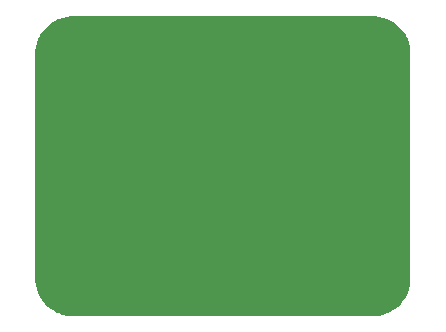
<source format=gbr>
%TF.GenerationSoftware,KiCad,Pcbnew,8.0.0*%
%TF.CreationDate,2024-05-05T15:44:05-04:00*%
%TF.ProjectId,S-Band Driver Amplifier,532d4261-6e64-4204-9472-697665722041,v1.0*%
%TF.SameCoordinates,Original*%
%TF.FileFunction,Soldermask,Bot*%
%TF.FilePolarity,Negative*%
%FSLAX46Y46*%
G04 Gerber Fmt 4.6, Leading zero omitted, Abs format (unit mm)*
G04 Created by KiCad (PCBNEW 8.0.0) date 2024-05-05 15:44:05*
%MOMM*%
%LPD*%
G01*
G04 APERTURE LIST*
%ADD10C,5.562600*%
%ADD11R,4.200000X1.350000*%
G04 APERTURE END LIST*
D10*
%TO.C,H4*%
X133350000Y-47625000D03*
%TD*%
%TO.C,H3*%
X107950000Y-47625000D03*
%TD*%
%TO.C,H2*%
X133350000Y-66675000D03*
%TD*%
%TO.C,H1*%
X107950000Y-66675000D03*
%TD*%
D11*
%TO.C,J2*%
X134402500Y-59975000D03*
X134402500Y-54325000D03*
%TD*%
%TO.C,J1*%
X106897500Y-54325000D03*
X106897500Y-59975000D03*
%TD*%
G36*
X133350855Y-44450012D02*
G01*
X133522076Y-44452411D01*
X133534223Y-44453179D01*
X133875328Y-44491613D01*
X133889037Y-44493942D01*
X134222854Y-44570134D01*
X134236215Y-44573983D01*
X134559405Y-44687071D01*
X134572253Y-44692393D01*
X134880742Y-44840954D01*
X134892912Y-44847680D01*
X135182833Y-45029849D01*
X135194174Y-45037896D01*
X135461875Y-45251381D01*
X135472243Y-45260647D01*
X135714352Y-45502756D01*
X135723618Y-45513124D01*
X135937103Y-45780825D01*
X135945150Y-45792166D01*
X136127319Y-46082087D01*
X136134045Y-46094257D01*
X136282606Y-46402746D01*
X136287928Y-46415594D01*
X136401016Y-46738784D01*
X136404865Y-46752145D01*
X136481057Y-47085962D01*
X136483386Y-47099671D01*
X136521820Y-47440776D01*
X136522588Y-47452922D01*
X136524988Y-47624143D01*
X136525000Y-47625881D01*
X136525000Y-66674118D01*
X136524988Y-66675856D01*
X136522588Y-66847077D01*
X136521820Y-66859223D01*
X136483386Y-67200328D01*
X136481057Y-67214037D01*
X136404865Y-67547854D01*
X136401016Y-67561215D01*
X136287928Y-67884405D01*
X136282606Y-67897253D01*
X136134045Y-68205742D01*
X136127319Y-68217912D01*
X135945150Y-68507833D01*
X135937103Y-68519174D01*
X135723618Y-68786875D01*
X135714352Y-68797243D01*
X135472243Y-69039352D01*
X135461875Y-69048618D01*
X135194174Y-69262103D01*
X135182833Y-69270150D01*
X134892912Y-69452319D01*
X134880742Y-69459045D01*
X134572253Y-69607606D01*
X134559405Y-69612928D01*
X134236215Y-69726016D01*
X134222854Y-69729865D01*
X133889037Y-69806057D01*
X133875328Y-69808386D01*
X133534223Y-69846820D01*
X133522077Y-69847588D01*
X133350856Y-69849988D01*
X133349118Y-69850000D01*
X107950882Y-69850000D01*
X107949144Y-69849988D01*
X107777922Y-69847588D01*
X107765776Y-69846820D01*
X107424671Y-69808386D01*
X107410962Y-69806057D01*
X107077145Y-69729865D01*
X107063784Y-69726016D01*
X106740594Y-69612928D01*
X106727746Y-69607606D01*
X106419257Y-69459045D01*
X106407087Y-69452319D01*
X106117166Y-69270150D01*
X106105825Y-69262103D01*
X105838124Y-69048618D01*
X105827756Y-69039352D01*
X105585647Y-68797243D01*
X105576381Y-68786875D01*
X105362896Y-68519174D01*
X105354849Y-68507833D01*
X105172680Y-68217912D01*
X105165954Y-68205742D01*
X105017393Y-67897253D01*
X105012071Y-67884405D01*
X104898983Y-67561215D01*
X104895134Y-67547854D01*
X104818942Y-67214037D01*
X104816613Y-67200328D01*
X104778179Y-66859223D01*
X104777411Y-66847076D01*
X104775012Y-66675855D01*
X104775000Y-66674118D01*
X104775000Y-47625881D01*
X104775012Y-47624144D01*
X104777411Y-47452923D01*
X104778179Y-47440776D01*
X104816613Y-47099671D01*
X104818942Y-47085962D01*
X104895134Y-46752145D01*
X104898983Y-46738784D01*
X105012071Y-46415594D01*
X105017393Y-46402746D01*
X105165954Y-46094257D01*
X105172680Y-46082087D01*
X105354849Y-45792166D01*
X105362896Y-45780825D01*
X105576381Y-45513124D01*
X105585647Y-45502756D01*
X105827756Y-45260647D01*
X105838124Y-45251381D01*
X106105825Y-45037896D01*
X106117166Y-45029849D01*
X106407087Y-44847680D01*
X106419257Y-44840954D01*
X106727746Y-44692393D01*
X106740594Y-44687071D01*
X107063784Y-44573983D01*
X107077145Y-44570134D01*
X107410962Y-44493942D01*
X107424671Y-44491613D01*
X107765776Y-44453179D01*
X107777923Y-44452411D01*
X107949145Y-44450012D01*
X107950882Y-44450000D01*
X133349118Y-44450000D01*
X133350855Y-44450012D01*
G37*
M02*

</source>
